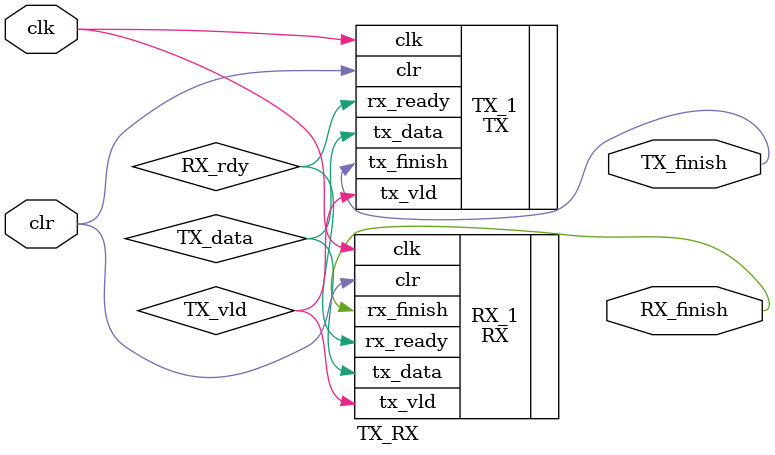
<source format=v>
`timescale 1ns/1ns

module TX_RX (
    output wire RX_finish,    // Signal indicating RX module has finished receiving data
    output wire TX_finish,    // Signal indicating TX module has finished transmitting data
    input wire clk,           // Clock input
    input wire clr            // Asynchronous clear input
);

    wire TX_data, TX_vld, RX_rdy;  // Internal signals for data, valid signal, and ready signal

    // Instantiate TX module (TX)
    TX TX_1 (
        .tx_data(TX_data),      // Data output for transmission
        .tx_vld(TX_vld),        // Signal indicating valid data from TX
        .tx_finish(TX_finish),  // Signal indicating completion of data transmission
        .clk(clk),              // Clock input
        .clr(clr),              // Asynchronous clear input
        .rx_ready(RX_rdy)       // Signal indicating RX is ready to receive data
    );

    // Instantiate RX module (RX)
    RX RX_1 (
        .rx_ready(RX_rdy),      // Signal indicating RX is ready to receive data
        .rx_finish(RX_finish),  // Signal indicating RX module has finished receiving data
        .tx_vld(TX_vld),        // Signal indicating valid data from TX
        .clk(clk),              // Clock input
        .clr(clr),              // Asynchronous clear input
        .tx_data(TX_data)       // Data input for transmission
    );

endmodule

</source>
